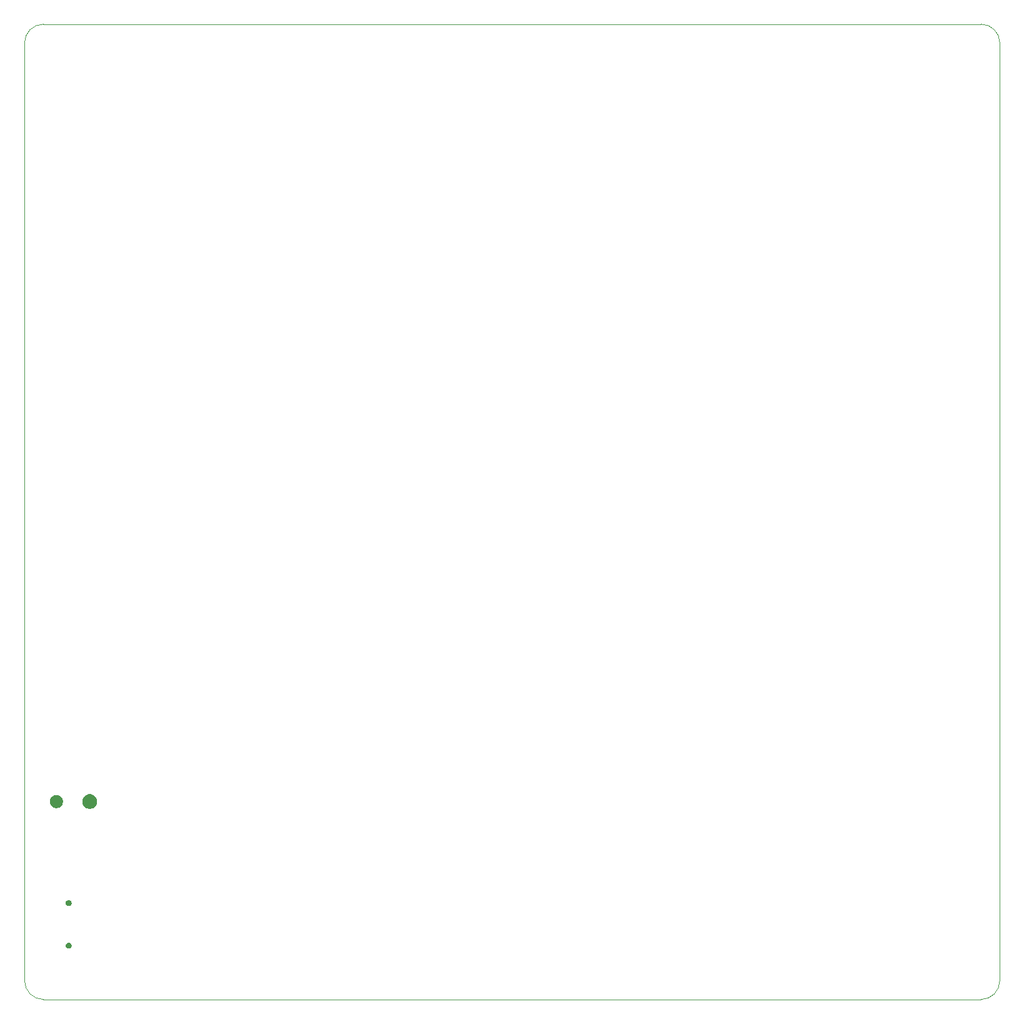
<source format=gbr>
%TF.GenerationSoftware,KiCad,Pcbnew,9.0.2*%
%TF.CreationDate,2025-08-09T15:17:57-05:00*%
%TF.ProjectId,led_matrix,6c65645f-6d61-4747-9269-782e6b696361,rev?*%
%TF.SameCoordinates,Original*%
%TF.FileFunction,Profile,NP*%
%FSLAX46Y46*%
G04 Gerber Fmt 4.6, Leading zero omitted, Abs format (unit mm)*
G04 Created by KiCad (PCBNEW 9.0.2) date 2025-08-09 15:17:57*
%MOMM*%
%LPD*%
G01*
G04 APERTURE LIST*
%TA.AperFunction,Profile*%
%ADD10C,0.050000*%
%TD*%
%TA.AperFunction,Profile*%
%ADD11C,0.000000*%
%TD*%
G04 APERTURE END LIST*
D10*
X46990000Y-27940000D02*
X173990000Y-27940000D01*
X44450000Y-30480000D02*
G75*
G02*
X46990000Y-27940000I2540000J0D01*
G01*
X176530000Y-157480000D02*
G75*
G02*
X173990000Y-160020000I-2540000J0D01*
G01*
X173990000Y-27940000D02*
G75*
G02*
X176530000Y-30480000I0J-2540000D01*
G01*
X44450000Y-157480000D02*
X44450000Y-30480000D01*
X46990000Y-160020000D02*
G75*
G02*
X44450000Y-157480000I0J2540000D01*
G01*
X176530000Y-30480000D02*
X176530000Y-157480000D01*
X173990000Y-160020000D02*
X46990000Y-160020000D01*
D11*
%TA.AperFunction,Profile*%
%TO.C,DC1*%
G36*
X49025256Y-132362254D02*
G01*
X49188257Y-132429771D01*
X49334954Y-132527791D01*
X49459709Y-132652546D01*
X49557729Y-132799243D01*
X49625246Y-132962244D01*
X49659666Y-133135285D01*
X49659666Y-133311715D01*
X49625246Y-133484756D01*
X49557729Y-133647757D01*
X49459709Y-133794454D01*
X49334954Y-133919209D01*
X49188257Y-134017229D01*
X49025256Y-134084746D01*
X48852215Y-134119166D01*
X48675785Y-134119166D01*
X48502744Y-134084746D01*
X48339743Y-134017229D01*
X48193046Y-133919209D01*
X48068291Y-133794454D01*
X47970271Y-133647757D01*
X47902754Y-133484756D01*
X47868334Y-133311715D01*
X47868334Y-133135285D01*
X47902754Y-132962244D01*
X47970271Y-132799243D01*
X48068291Y-132652546D01*
X48193046Y-132527791D01*
X48339743Y-132429771D01*
X48502744Y-132362254D01*
X48675785Y-132327834D01*
X48852215Y-132327834D01*
X49025256Y-132362254D01*
G37*
%TD.AperFunction*%
%TA.AperFunction,Profile*%
G36*
X53554285Y-132266560D02*
G01*
X53735397Y-132341579D01*
X53898393Y-132450490D01*
X54037010Y-132589107D01*
X54145921Y-132752103D01*
X54220940Y-132933215D01*
X54259185Y-133125483D01*
X54259185Y-133321517D01*
X54220940Y-133513785D01*
X54145921Y-133694897D01*
X54037010Y-133857893D01*
X53898393Y-133996510D01*
X53735397Y-134105421D01*
X53554285Y-134180440D01*
X53362017Y-134218685D01*
X53165983Y-134218685D01*
X52973715Y-134180440D01*
X52792603Y-134105421D01*
X52629607Y-133996510D01*
X52490990Y-133857893D01*
X52382079Y-133694897D01*
X52307060Y-133513785D01*
X52268815Y-133321517D01*
X52268815Y-133125483D01*
X52307060Y-132933215D01*
X52382079Y-132752103D01*
X52490990Y-132589107D01*
X52629607Y-132450490D01*
X52792603Y-132341579D01*
X52973715Y-132266560D01*
X53165983Y-132228315D01*
X53362017Y-132228315D01*
X53554285Y-132266560D01*
G37*
%TD.AperFunction*%
%TA.AperFunction,Profile*%
%TO.C,USB1*%
G36*
X50573073Y-146580448D02*
G01*
X50663505Y-146632659D01*
X50737341Y-146706495D01*
X50789552Y-146796927D01*
X50816578Y-146897790D01*
X50816578Y-147002210D01*
X50789552Y-147103073D01*
X50737341Y-147193505D01*
X50663505Y-147267341D01*
X50573073Y-147319552D01*
X50472210Y-147346578D01*
X50367790Y-147346578D01*
X50266927Y-147319552D01*
X50176495Y-147267341D01*
X50102659Y-147193505D01*
X50050448Y-147103073D01*
X50023422Y-147002210D01*
X50023422Y-146897790D01*
X50050448Y-146796927D01*
X50102659Y-146706495D01*
X50176495Y-146632659D01*
X50266927Y-146580448D01*
X50367790Y-146553422D01*
X50472210Y-146553422D01*
X50573073Y-146580448D01*
G37*
%TD.AperFunction*%
%TA.AperFunction,Profile*%
G36*
X50573073Y-152360448D02*
G01*
X50663505Y-152412659D01*
X50737341Y-152486495D01*
X50789552Y-152576927D01*
X50816578Y-152677790D01*
X50816578Y-152782210D01*
X50789552Y-152883073D01*
X50737341Y-152973505D01*
X50663505Y-153047341D01*
X50573073Y-153099552D01*
X50472210Y-153126578D01*
X50367790Y-153126578D01*
X50266927Y-153099552D01*
X50176495Y-153047341D01*
X50102659Y-152973505D01*
X50050448Y-152883073D01*
X50023422Y-152782210D01*
X50023422Y-152677790D01*
X50050448Y-152576927D01*
X50102659Y-152486495D01*
X50176495Y-152412659D01*
X50266927Y-152360448D01*
X50367790Y-152333422D01*
X50472210Y-152333422D01*
X50573073Y-152360448D01*
G37*
%TD.AperFunction*%
%TD*%
M02*

</source>
